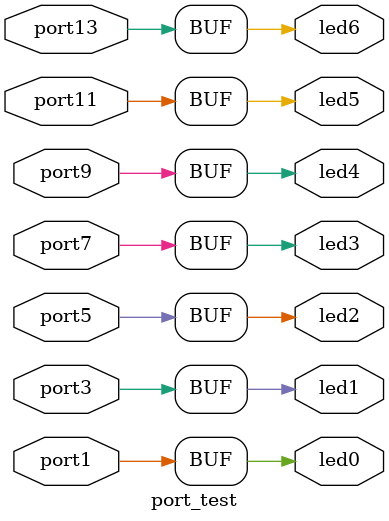
<source format=v>
module port_test (port1, port3, port5, port7, port9, port11, port13, led0, led1, led2, led3, led4, led5, led6);

	input port1, port3, port5, port7, port9, port11, port13;
	
	output led0, led1, led2, led3, led4, led5, led6;
	
	assign led0 = port1;
	assign led1 = port3;
	assign led2 = port5;
	assign led3 = port7;
	assign led4 = port9;
	assign led5 = port11;
	assign led6 = port13;

endmodule

</source>
